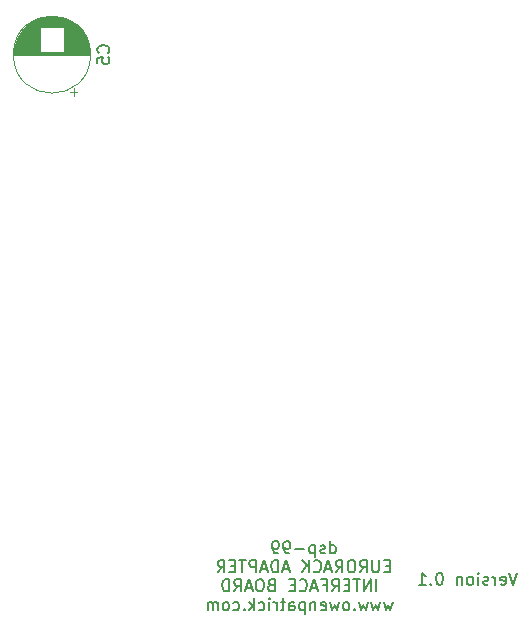
<source format=gbr>
%TF.GenerationSoftware,KiCad,Pcbnew,(6.0.8)*%
%TF.CreationDate,2022-12-02T10:00:09+00:00*%
%TF.ProjectId,DSP 1.0,44535020-312e-4302-9e6b-696361645f70,rev?*%
%TF.SameCoordinates,Original*%
%TF.FileFunction,Legend,Bot*%
%TF.FilePolarity,Positive*%
%FSLAX46Y46*%
G04 Gerber Fmt 4.6, Leading zero omitted, Abs format (unit mm)*
G04 Created by KiCad (PCBNEW (6.0.8)) date 2022-12-02 10:00:09*
%MOMM*%
%LPD*%
G01*
G04 APERTURE LIST*
%ADD10C,0.150000*%
%ADD11C,0.120000*%
G04 APERTURE END LIST*
D10*
X74350238Y-119703380D02*
X74350238Y-118703380D01*
X74350238Y-119655761D02*
X74445476Y-119703380D01*
X74635952Y-119703380D01*
X74731190Y-119655761D01*
X74778809Y-119608142D01*
X74826428Y-119512904D01*
X74826428Y-119227190D01*
X74778809Y-119131952D01*
X74731190Y-119084333D01*
X74635952Y-119036714D01*
X74445476Y-119036714D01*
X74350238Y-119084333D01*
X73921666Y-119655761D02*
X73826428Y-119703380D01*
X73635952Y-119703380D01*
X73540714Y-119655761D01*
X73493095Y-119560523D01*
X73493095Y-119512904D01*
X73540714Y-119417666D01*
X73635952Y-119370047D01*
X73778809Y-119370047D01*
X73874047Y-119322428D01*
X73921666Y-119227190D01*
X73921666Y-119179571D01*
X73874047Y-119084333D01*
X73778809Y-119036714D01*
X73635952Y-119036714D01*
X73540714Y-119084333D01*
X73064523Y-119036714D02*
X73064523Y-120036714D01*
X73064523Y-119084333D02*
X72969285Y-119036714D01*
X72778809Y-119036714D01*
X72683571Y-119084333D01*
X72635952Y-119131952D01*
X72588333Y-119227190D01*
X72588333Y-119512904D01*
X72635952Y-119608142D01*
X72683571Y-119655761D01*
X72778809Y-119703380D01*
X72969285Y-119703380D01*
X73064523Y-119655761D01*
X72159761Y-119322428D02*
X71397857Y-119322428D01*
X70874047Y-119703380D02*
X70683571Y-119703380D01*
X70588333Y-119655761D01*
X70540714Y-119608142D01*
X70445476Y-119465285D01*
X70397857Y-119274809D01*
X70397857Y-118893857D01*
X70445476Y-118798619D01*
X70493095Y-118751000D01*
X70588333Y-118703380D01*
X70778809Y-118703380D01*
X70874047Y-118751000D01*
X70921666Y-118798619D01*
X70969285Y-118893857D01*
X70969285Y-119131952D01*
X70921666Y-119227190D01*
X70874047Y-119274809D01*
X70778809Y-119322428D01*
X70588333Y-119322428D01*
X70493095Y-119274809D01*
X70445476Y-119227190D01*
X70397857Y-119131952D01*
X69921666Y-119703380D02*
X69731190Y-119703380D01*
X69635952Y-119655761D01*
X69588333Y-119608142D01*
X69493095Y-119465285D01*
X69445476Y-119274809D01*
X69445476Y-118893857D01*
X69493095Y-118798619D01*
X69540714Y-118751000D01*
X69635952Y-118703380D01*
X69826428Y-118703380D01*
X69921666Y-118751000D01*
X69969285Y-118798619D01*
X70016904Y-118893857D01*
X70016904Y-119131952D01*
X69969285Y-119227190D01*
X69921666Y-119274809D01*
X69826428Y-119322428D01*
X69635952Y-119322428D01*
X69540714Y-119274809D01*
X69493095Y-119227190D01*
X69445476Y-119131952D01*
X79397857Y-120789571D02*
X79064523Y-120789571D01*
X78921666Y-121313380D02*
X79397857Y-121313380D01*
X79397857Y-120313380D01*
X78921666Y-120313380D01*
X78493095Y-120313380D02*
X78493095Y-121122904D01*
X78445476Y-121218142D01*
X78397857Y-121265761D01*
X78302619Y-121313380D01*
X78112142Y-121313380D01*
X78016904Y-121265761D01*
X77969285Y-121218142D01*
X77921666Y-121122904D01*
X77921666Y-120313380D01*
X76874047Y-121313380D02*
X77207380Y-120837190D01*
X77445476Y-121313380D02*
X77445476Y-120313380D01*
X77064523Y-120313380D01*
X76969285Y-120361000D01*
X76921666Y-120408619D01*
X76874047Y-120503857D01*
X76874047Y-120646714D01*
X76921666Y-120741952D01*
X76969285Y-120789571D01*
X77064523Y-120837190D01*
X77445476Y-120837190D01*
X76255000Y-120313380D02*
X76064523Y-120313380D01*
X75969285Y-120361000D01*
X75874047Y-120456238D01*
X75826428Y-120646714D01*
X75826428Y-120980047D01*
X75874047Y-121170523D01*
X75969285Y-121265761D01*
X76064523Y-121313380D01*
X76255000Y-121313380D01*
X76350238Y-121265761D01*
X76445476Y-121170523D01*
X76493095Y-120980047D01*
X76493095Y-120646714D01*
X76445476Y-120456238D01*
X76350238Y-120361000D01*
X76255000Y-120313380D01*
X74826428Y-121313380D02*
X75159761Y-120837190D01*
X75397857Y-121313380D02*
X75397857Y-120313380D01*
X75016904Y-120313380D01*
X74921666Y-120361000D01*
X74874047Y-120408619D01*
X74826428Y-120503857D01*
X74826428Y-120646714D01*
X74874047Y-120741952D01*
X74921666Y-120789571D01*
X75016904Y-120837190D01*
X75397857Y-120837190D01*
X74445476Y-121027666D02*
X73969285Y-121027666D01*
X74540714Y-121313380D02*
X74207380Y-120313380D01*
X73874047Y-121313380D01*
X72969285Y-121218142D02*
X73016904Y-121265761D01*
X73159761Y-121313380D01*
X73255000Y-121313380D01*
X73397857Y-121265761D01*
X73493095Y-121170523D01*
X73540714Y-121075285D01*
X73588333Y-120884809D01*
X73588333Y-120741952D01*
X73540714Y-120551476D01*
X73493095Y-120456238D01*
X73397857Y-120361000D01*
X73255000Y-120313380D01*
X73159761Y-120313380D01*
X73016904Y-120361000D01*
X72969285Y-120408619D01*
X72540714Y-121313380D02*
X72540714Y-120313380D01*
X71969285Y-121313380D02*
X72397857Y-120741952D01*
X71969285Y-120313380D02*
X72540714Y-120884809D01*
X70826428Y-121027666D02*
X70350238Y-121027666D01*
X70921666Y-121313380D02*
X70588333Y-120313380D01*
X70255000Y-121313380D01*
X69921666Y-121313380D02*
X69921666Y-120313380D01*
X69683571Y-120313380D01*
X69540714Y-120361000D01*
X69445476Y-120456238D01*
X69397857Y-120551476D01*
X69350238Y-120741952D01*
X69350238Y-120884809D01*
X69397857Y-121075285D01*
X69445476Y-121170523D01*
X69540714Y-121265761D01*
X69683571Y-121313380D01*
X69921666Y-121313380D01*
X68969285Y-121027666D02*
X68493095Y-121027666D01*
X69064523Y-121313380D02*
X68731190Y-120313380D01*
X68397857Y-121313380D01*
X68064523Y-121313380D02*
X68064523Y-120313380D01*
X67683571Y-120313380D01*
X67588333Y-120361000D01*
X67540714Y-120408619D01*
X67493095Y-120503857D01*
X67493095Y-120646714D01*
X67540714Y-120741952D01*
X67588333Y-120789571D01*
X67683571Y-120837190D01*
X68064523Y-120837190D01*
X67207380Y-120313380D02*
X66635952Y-120313380D01*
X66921666Y-121313380D02*
X66921666Y-120313380D01*
X66302619Y-120789571D02*
X65969285Y-120789571D01*
X65826428Y-121313380D02*
X66302619Y-121313380D01*
X66302619Y-120313380D01*
X65826428Y-120313380D01*
X64826428Y-121313380D02*
X65159761Y-120837190D01*
X65397857Y-121313380D02*
X65397857Y-120313380D01*
X65016904Y-120313380D01*
X64921666Y-120361000D01*
X64874047Y-120408619D01*
X64826428Y-120503857D01*
X64826428Y-120646714D01*
X64874047Y-120741952D01*
X64921666Y-120789571D01*
X65016904Y-120837190D01*
X65397857Y-120837190D01*
X78255000Y-122923380D02*
X78255000Y-121923380D01*
X77778809Y-122923380D02*
X77778809Y-121923380D01*
X77207380Y-122923380D01*
X77207380Y-121923380D01*
X76874047Y-121923380D02*
X76302619Y-121923380D01*
X76588333Y-122923380D02*
X76588333Y-121923380D01*
X75969285Y-122399571D02*
X75635952Y-122399571D01*
X75493095Y-122923380D02*
X75969285Y-122923380D01*
X75969285Y-121923380D01*
X75493095Y-121923380D01*
X74493095Y-122923380D02*
X74826428Y-122447190D01*
X75064523Y-122923380D02*
X75064523Y-121923380D01*
X74683571Y-121923380D01*
X74588333Y-121971000D01*
X74540714Y-122018619D01*
X74493095Y-122113857D01*
X74493095Y-122256714D01*
X74540714Y-122351952D01*
X74588333Y-122399571D01*
X74683571Y-122447190D01*
X75064523Y-122447190D01*
X73731190Y-122399571D02*
X74064523Y-122399571D01*
X74064523Y-122923380D02*
X74064523Y-121923380D01*
X73588333Y-121923380D01*
X73255000Y-122637666D02*
X72778809Y-122637666D01*
X73350238Y-122923380D02*
X73016904Y-121923380D01*
X72683571Y-122923380D01*
X71778809Y-122828142D02*
X71826428Y-122875761D01*
X71969285Y-122923380D01*
X72064523Y-122923380D01*
X72207380Y-122875761D01*
X72302619Y-122780523D01*
X72350238Y-122685285D01*
X72397857Y-122494809D01*
X72397857Y-122351952D01*
X72350238Y-122161476D01*
X72302619Y-122066238D01*
X72207380Y-121971000D01*
X72064523Y-121923380D01*
X71969285Y-121923380D01*
X71826428Y-121971000D01*
X71778809Y-122018619D01*
X71350238Y-122399571D02*
X71016904Y-122399571D01*
X70874047Y-122923380D02*
X71350238Y-122923380D01*
X71350238Y-121923380D01*
X70874047Y-121923380D01*
X69350238Y-122399571D02*
X69207380Y-122447190D01*
X69159761Y-122494809D01*
X69112142Y-122590047D01*
X69112142Y-122732904D01*
X69159761Y-122828142D01*
X69207380Y-122875761D01*
X69302619Y-122923380D01*
X69683571Y-122923380D01*
X69683571Y-121923380D01*
X69350238Y-121923380D01*
X69255000Y-121971000D01*
X69207380Y-122018619D01*
X69159761Y-122113857D01*
X69159761Y-122209095D01*
X69207380Y-122304333D01*
X69255000Y-122351952D01*
X69350238Y-122399571D01*
X69683571Y-122399571D01*
X68493095Y-121923380D02*
X68302619Y-121923380D01*
X68207380Y-121971000D01*
X68112142Y-122066238D01*
X68064523Y-122256714D01*
X68064523Y-122590047D01*
X68112142Y-122780523D01*
X68207380Y-122875761D01*
X68302619Y-122923380D01*
X68493095Y-122923380D01*
X68588333Y-122875761D01*
X68683571Y-122780523D01*
X68731190Y-122590047D01*
X68731190Y-122256714D01*
X68683571Y-122066238D01*
X68588333Y-121971000D01*
X68493095Y-121923380D01*
X67683571Y-122637666D02*
X67207380Y-122637666D01*
X67778809Y-122923380D02*
X67445476Y-121923380D01*
X67112142Y-122923380D01*
X66207380Y-122923380D02*
X66540714Y-122447190D01*
X66778809Y-122923380D02*
X66778809Y-121923380D01*
X66397857Y-121923380D01*
X66302619Y-121971000D01*
X66255000Y-122018619D01*
X66207380Y-122113857D01*
X66207380Y-122256714D01*
X66255000Y-122351952D01*
X66302619Y-122399571D01*
X66397857Y-122447190D01*
X66778809Y-122447190D01*
X65778809Y-122923380D02*
X65778809Y-121923380D01*
X65540714Y-121923380D01*
X65397857Y-121971000D01*
X65302619Y-122066238D01*
X65255000Y-122161476D01*
X65207380Y-122351952D01*
X65207380Y-122494809D01*
X65255000Y-122685285D01*
X65302619Y-122780523D01*
X65397857Y-122875761D01*
X65540714Y-122923380D01*
X65778809Y-122923380D01*
X79635952Y-123866714D02*
X79445476Y-124533380D01*
X79255000Y-124057190D01*
X79064523Y-124533380D01*
X78874047Y-123866714D01*
X78588333Y-123866714D02*
X78397857Y-124533380D01*
X78207380Y-124057190D01*
X78016904Y-124533380D01*
X77826428Y-123866714D01*
X77540714Y-123866714D02*
X77350238Y-124533380D01*
X77159761Y-124057190D01*
X76969285Y-124533380D01*
X76778809Y-123866714D01*
X76397857Y-124438142D02*
X76350238Y-124485761D01*
X76397857Y-124533380D01*
X76445476Y-124485761D01*
X76397857Y-124438142D01*
X76397857Y-124533380D01*
X75778809Y-124533380D02*
X75874047Y-124485761D01*
X75921666Y-124438142D01*
X75969285Y-124342904D01*
X75969285Y-124057190D01*
X75921666Y-123961952D01*
X75874047Y-123914333D01*
X75778809Y-123866714D01*
X75635952Y-123866714D01*
X75540714Y-123914333D01*
X75493095Y-123961952D01*
X75445476Y-124057190D01*
X75445476Y-124342904D01*
X75493095Y-124438142D01*
X75540714Y-124485761D01*
X75635952Y-124533380D01*
X75778809Y-124533380D01*
X75112142Y-123866714D02*
X74921666Y-124533380D01*
X74731190Y-124057190D01*
X74540714Y-124533380D01*
X74350238Y-123866714D01*
X73588333Y-124485761D02*
X73683571Y-124533380D01*
X73874047Y-124533380D01*
X73969285Y-124485761D01*
X74016904Y-124390523D01*
X74016904Y-124009571D01*
X73969285Y-123914333D01*
X73874047Y-123866714D01*
X73683571Y-123866714D01*
X73588333Y-123914333D01*
X73540714Y-124009571D01*
X73540714Y-124104809D01*
X74016904Y-124200047D01*
X73112142Y-123866714D02*
X73112142Y-124533380D01*
X73112142Y-123961952D02*
X73064523Y-123914333D01*
X72969285Y-123866714D01*
X72826428Y-123866714D01*
X72731190Y-123914333D01*
X72683571Y-124009571D01*
X72683571Y-124533380D01*
X72207380Y-123866714D02*
X72207380Y-124866714D01*
X72207380Y-123914333D02*
X72112142Y-123866714D01*
X71921666Y-123866714D01*
X71826428Y-123914333D01*
X71778809Y-123961952D01*
X71731190Y-124057190D01*
X71731190Y-124342904D01*
X71778809Y-124438142D01*
X71826428Y-124485761D01*
X71921666Y-124533380D01*
X72112142Y-124533380D01*
X72207380Y-124485761D01*
X70874047Y-124533380D02*
X70874047Y-124009571D01*
X70921666Y-123914333D01*
X71016904Y-123866714D01*
X71207380Y-123866714D01*
X71302619Y-123914333D01*
X70874047Y-124485761D02*
X70969285Y-124533380D01*
X71207380Y-124533380D01*
X71302619Y-124485761D01*
X71350238Y-124390523D01*
X71350238Y-124295285D01*
X71302619Y-124200047D01*
X71207380Y-124152428D01*
X70969285Y-124152428D01*
X70874047Y-124104809D01*
X70540714Y-123866714D02*
X70159761Y-123866714D01*
X70397857Y-123533380D02*
X70397857Y-124390523D01*
X70350238Y-124485761D01*
X70255000Y-124533380D01*
X70159761Y-124533380D01*
X69826428Y-124533380D02*
X69826428Y-123866714D01*
X69826428Y-124057190D02*
X69778809Y-123961952D01*
X69731190Y-123914333D01*
X69635952Y-123866714D01*
X69540714Y-123866714D01*
X69207380Y-124533380D02*
X69207380Y-123866714D01*
X69207380Y-123533380D02*
X69255000Y-123581000D01*
X69207380Y-123628619D01*
X69159761Y-123581000D01*
X69207380Y-123533380D01*
X69207380Y-123628619D01*
X68302619Y-124485761D02*
X68397857Y-124533380D01*
X68588333Y-124533380D01*
X68683571Y-124485761D01*
X68731190Y-124438142D01*
X68778809Y-124342904D01*
X68778809Y-124057190D01*
X68731190Y-123961952D01*
X68683571Y-123914333D01*
X68588333Y-123866714D01*
X68397857Y-123866714D01*
X68302619Y-123914333D01*
X67874047Y-124533380D02*
X67874047Y-123533380D01*
X67778809Y-124152428D02*
X67493095Y-124533380D01*
X67493095Y-123866714D02*
X67874047Y-124247666D01*
X67064523Y-124438142D02*
X67016904Y-124485761D01*
X67064523Y-124533380D01*
X67112142Y-124485761D01*
X67064523Y-124438142D01*
X67064523Y-124533380D01*
X66159761Y-124485761D02*
X66255000Y-124533380D01*
X66445476Y-124533380D01*
X66540714Y-124485761D01*
X66588333Y-124438142D01*
X66635952Y-124342904D01*
X66635952Y-124057190D01*
X66588333Y-123961952D01*
X66540714Y-123914333D01*
X66445476Y-123866714D01*
X66255000Y-123866714D01*
X66159761Y-123914333D01*
X65588333Y-124533380D02*
X65683571Y-124485761D01*
X65731190Y-124438142D01*
X65778809Y-124342904D01*
X65778809Y-124057190D01*
X65731190Y-123961952D01*
X65683571Y-123914333D01*
X65588333Y-123866714D01*
X65445476Y-123866714D01*
X65350238Y-123914333D01*
X65302619Y-123961952D01*
X65255000Y-124057190D01*
X65255000Y-124342904D01*
X65302619Y-124438142D01*
X65350238Y-124485761D01*
X65445476Y-124533380D01*
X65588333Y-124533380D01*
X64826428Y-124533380D02*
X64826428Y-123866714D01*
X64826428Y-123961952D02*
X64778809Y-123914333D01*
X64683571Y-123866714D01*
X64540714Y-123866714D01*
X64445476Y-123914333D01*
X64397857Y-124009571D01*
X64397857Y-124533380D01*
X64397857Y-124009571D02*
X64350238Y-123914333D01*
X64255000Y-123866714D01*
X64112142Y-123866714D01*
X64016904Y-123914333D01*
X63969285Y-124009571D01*
X63969285Y-124533380D01*
X90169476Y-121372380D02*
X89836142Y-122372380D01*
X89502809Y-121372380D01*
X88788523Y-122324761D02*
X88883761Y-122372380D01*
X89074238Y-122372380D01*
X89169476Y-122324761D01*
X89217095Y-122229523D01*
X89217095Y-121848571D01*
X89169476Y-121753333D01*
X89074238Y-121705714D01*
X88883761Y-121705714D01*
X88788523Y-121753333D01*
X88740904Y-121848571D01*
X88740904Y-121943809D01*
X89217095Y-122039047D01*
X88312333Y-122372380D02*
X88312333Y-121705714D01*
X88312333Y-121896190D02*
X88264714Y-121800952D01*
X88217095Y-121753333D01*
X88121857Y-121705714D01*
X88026619Y-121705714D01*
X87740904Y-122324761D02*
X87645666Y-122372380D01*
X87455190Y-122372380D01*
X87359952Y-122324761D01*
X87312333Y-122229523D01*
X87312333Y-122181904D01*
X87359952Y-122086666D01*
X87455190Y-122039047D01*
X87598047Y-122039047D01*
X87693285Y-121991428D01*
X87740904Y-121896190D01*
X87740904Y-121848571D01*
X87693285Y-121753333D01*
X87598047Y-121705714D01*
X87455190Y-121705714D01*
X87359952Y-121753333D01*
X86883761Y-122372380D02*
X86883761Y-121705714D01*
X86883761Y-121372380D02*
X86931380Y-121420000D01*
X86883761Y-121467619D01*
X86836142Y-121420000D01*
X86883761Y-121372380D01*
X86883761Y-121467619D01*
X86264714Y-122372380D02*
X86359952Y-122324761D01*
X86407571Y-122277142D01*
X86455190Y-122181904D01*
X86455190Y-121896190D01*
X86407571Y-121800952D01*
X86359952Y-121753333D01*
X86264714Y-121705714D01*
X86121857Y-121705714D01*
X86026619Y-121753333D01*
X85979000Y-121800952D01*
X85931380Y-121896190D01*
X85931380Y-122181904D01*
X85979000Y-122277142D01*
X86026619Y-122324761D01*
X86121857Y-122372380D01*
X86264714Y-122372380D01*
X85502809Y-121705714D02*
X85502809Y-122372380D01*
X85502809Y-121800952D02*
X85455190Y-121753333D01*
X85359952Y-121705714D01*
X85217095Y-121705714D01*
X85121857Y-121753333D01*
X85074238Y-121848571D01*
X85074238Y-122372380D01*
X83645666Y-121372380D02*
X83550428Y-121372380D01*
X83455190Y-121420000D01*
X83407571Y-121467619D01*
X83359952Y-121562857D01*
X83312333Y-121753333D01*
X83312333Y-121991428D01*
X83359952Y-122181904D01*
X83407571Y-122277142D01*
X83455190Y-122324761D01*
X83550428Y-122372380D01*
X83645666Y-122372380D01*
X83740904Y-122324761D01*
X83788523Y-122277142D01*
X83836142Y-122181904D01*
X83883761Y-121991428D01*
X83883761Y-121753333D01*
X83836142Y-121562857D01*
X83788523Y-121467619D01*
X83740904Y-121420000D01*
X83645666Y-121372380D01*
X82883761Y-122277142D02*
X82836142Y-122324761D01*
X82883761Y-122372380D01*
X82931380Y-122324761D01*
X82883761Y-122277142D01*
X82883761Y-122372380D01*
X81883761Y-122372380D02*
X82455190Y-122372380D01*
X82169476Y-122372380D02*
X82169476Y-121372380D01*
X82264714Y-121515238D01*
X82359952Y-121610476D01*
X82455190Y-121658095D01*
%TO.C,C5*%
X55557142Y-77323333D02*
X55604761Y-77275714D01*
X55652380Y-77132857D01*
X55652380Y-77037619D01*
X55604761Y-76894761D01*
X55509523Y-76799523D01*
X55414285Y-76751904D01*
X55223809Y-76704285D01*
X55080952Y-76704285D01*
X54890476Y-76751904D01*
X54795238Y-76799523D01*
X54700000Y-76894761D01*
X54652380Y-77037619D01*
X54652380Y-77132857D01*
X54700000Y-77275714D01*
X54747619Y-77323333D01*
X54652380Y-78228095D02*
X54652380Y-77751904D01*
X55128571Y-77704285D01*
X55080952Y-77751904D01*
X55033333Y-77847142D01*
X55033333Y-78085238D01*
X55080952Y-78180476D01*
X55128571Y-78228095D01*
X55223809Y-78275714D01*
X55461904Y-78275714D01*
X55557142Y-78228095D01*
X55604761Y-78180476D01*
X55652380Y-78085238D01*
X55652380Y-77847142D01*
X55604761Y-77751904D01*
X55557142Y-77704285D01*
D11*
X53931000Y-76689000D02*
X51840000Y-76689000D01*
X53716000Y-76089000D02*
X51840000Y-76089000D01*
X52514000Y-74729000D02*
X49086000Y-74729000D01*
X53656000Y-75969000D02*
X51840000Y-75969000D01*
X54015000Y-77170000D02*
X51840000Y-77170000D01*
X49760000Y-76209000D02*
X47830000Y-76209000D01*
X52150000Y-74529000D02*
X49450000Y-74529000D01*
X49760000Y-75689000D02*
X48110000Y-75689000D01*
X49760000Y-75969000D02*
X47944000Y-75969000D01*
X53490000Y-75689000D02*
X51840000Y-75689000D01*
X49760000Y-76049000D02*
X47904000Y-76049000D01*
X49760000Y-76009000D02*
X47924000Y-76009000D01*
X49760000Y-75209000D02*
X48495000Y-75209000D01*
X53216000Y-75329000D02*
X51840000Y-75329000D01*
X49760000Y-77050000D02*
X47599000Y-77050000D01*
X52062000Y-74489000D02*
X49538000Y-74489000D01*
X52639000Y-80990241D02*
X52639000Y-80360241D01*
X49760000Y-77090000D02*
X47594000Y-77090000D01*
X53105000Y-75209000D02*
X51840000Y-75209000D01*
X53516000Y-75729000D02*
X51840000Y-75729000D01*
X49760000Y-76810000D02*
X47641000Y-76810000D01*
X49760000Y-75569000D02*
X48193000Y-75569000D01*
X49760000Y-76970000D02*
X47611000Y-76970000D01*
X51965000Y-74449000D02*
X49635000Y-74449000D01*
X53612000Y-75889000D02*
X51840000Y-75889000D01*
X54018000Y-77210000D02*
X51840000Y-77210000D01*
X51202000Y-74249000D02*
X50398000Y-74249000D01*
X53886000Y-76529000D02*
X51840000Y-76529000D01*
X49760000Y-75409000D02*
X48316000Y-75409000D01*
X53786000Y-76249000D02*
X51840000Y-76249000D01*
X53284000Y-75409000D02*
X51840000Y-75409000D01*
X53180000Y-75289000D02*
X51840000Y-75289000D01*
X53734000Y-76129000D02*
X51840000Y-76129000D01*
X53818000Y-76329000D02*
X51840000Y-76329000D01*
X51602000Y-74329000D02*
X49998000Y-74329000D01*
X49760000Y-76489000D02*
X47726000Y-76489000D01*
X52954000Y-80675241D02*
X52324000Y-80675241D01*
X53847000Y-76409000D02*
X51840000Y-76409000D01*
X53874000Y-76489000D02*
X51840000Y-76489000D01*
X53316000Y-75449000D02*
X51840000Y-75449000D01*
X49760000Y-76649000D02*
X47679000Y-76649000D01*
X52795000Y-74929000D02*
X48805000Y-74929000D01*
X53910000Y-76609000D02*
X51840000Y-76609000D01*
X49760000Y-76850000D02*
X47633000Y-76850000D01*
X52744000Y-74889000D02*
X48856000Y-74889000D01*
X49760000Y-76569000D02*
X47702000Y-76569000D01*
X49760000Y-76729000D02*
X47659000Y-76729000D01*
X53590000Y-75849000D02*
X51840000Y-75849000D01*
X53348000Y-75489000D02*
X51840000Y-75489000D01*
X53464000Y-75649000D02*
X51840000Y-75649000D01*
X52634000Y-74809000D02*
X48966000Y-74809000D01*
X52690000Y-74849000D02*
X48910000Y-74849000D01*
X49760000Y-75849000D02*
X48010000Y-75849000D01*
X53542000Y-75769000D02*
X51840000Y-75769000D01*
X49760000Y-77010000D02*
X47605000Y-77010000D01*
X54030000Y-77450000D02*
X47570000Y-77450000D01*
X49760000Y-75809000D02*
X48034000Y-75809000D01*
X53861000Y-76449000D02*
X51840000Y-76449000D01*
X49760000Y-76449000D02*
X47739000Y-76449000D01*
X52892000Y-75009000D02*
X48708000Y-75009000D01*
X49760000Y-75729000D02*
X48084000Y-75729000D01*
X54030000Y-77490000D02*
X47570000Y-77490000D01*
X49760000Y-76329000D02*
X47782000Y-76329000D01*
X49760000Y-75929000D02*
X47966000Y-75929000D01*
X52937000Y-75049000D02*
X48663000Y-75049000D01*
X52576000Y-74769000D02*
X49024000Y-74769000D01*
X54024000Y-77290000D02*
X47576000Y-77290000D01*
X53250000Y-75369000D02*
X51840000Y-75369000D01*
X49760000Y-75609000D02*
X48164000Y-75609000D01*
X49760000Y-75289000D02*
X48420000Y-75289000D01*
X52309000Y-74609000D02*
X49291000Y-74609000D01*
X49760000Y-76769000D02*
X47650000Y-76769000D01*
X49760000Y-75249000D02*
X48457000Y-75249000D01*
X53378000Y-75529000D02*
X51840000Y-75529000D01*
X49760000Y-76129000D02*
X47866000Y-76129000D01*
X49760000Y-75649000D02*
X48136000Y-75649000D01*
X53921000Y-76649000D02*
X51840000Y-76649000D01*
X49760000Y-77210000D02*
X47582000Y-77210000D01*
X53024000Y-75129000D02*
X48576000Y-75129000D01*
X51859000Y-74409000D02*
X49741000Y-74409000D01*
X53696000Y-76049000D02*
X51840000Y-76049000D01*
X49760000Y-76369000D02*
X47767000Y-76369000D01*
X53634000Y-75929000D02*
X51840000Y-75929000D01*
X54027000Y-77330000D02*
X47573000Y-77330000D01*
X52232000Y-74569000D02*
X49368000Y-74569000D01*
X49760000Y-76529000D02*
X47714000Y-76529000D01*
X49760000Y-76409000D02*
X47753000Y-76409000D01*
X53959000Y-76810000D02*
X51840000Y-76810000D01*
X49760000Y-76249000D02*
X47814000Y-76249000D01*
X49760000Y-77170000D02*
X47585000Y-77170000D01*
X51740000Y-74369000D02*
X49860000Y-74369000D01*
X53941000Y-76729000D02*
X51840000Y-76729000D01*
X49760000Y-76289000D02*
X47798000Y-76289000D01*
X49760000Y-76930000D02*
X47618000Y-76930000D01*
X53833000Y-76369000D02*
X51840000Y-76369000D01*
X49760000Y-75369000D02*
X48350000Y-75369000D01*
X53566000Y-75809000D02*
X51840000Y-75809000D01*
X49760000Y-76169000D02*
X47848000Y-76169000D01*
X54028000Y-77370000D02*
X47572000Y-77370000D01*
X49760000Y-76089000D02*
X47884000Y-76089000D01*
X49760000Y-75329000D02*
X48384000Y-75329000D01*
X53967000Y-76850000D02*
X51840000Y-76850000D01*
X49760000Y-76609000D02*
X47690000Y-76609000D01*
X53770000Y-76209000D02*
X51840000Y-76209000D01*
X49760000Y-75489000D02*
X48252000Y-75489000D01*
X49760000Y-75889000D02*
X47988000Y-75889000D01*
X53676000Y-76009000D02*
X51840000Y-76009000D01*
X53989000Y-76970000D02*
X51840000Y-76970000D01*
X49760000Y-76890000D02*
X47625000Y-76890000D01*
X52844000Y-74969000D02*
X48756000Y-74969000D01*
X54030000Y-77410000D02*
X47570000Y-77410000D01*
X52982000Y-75089000D02*
X48618000Y-75089000D01*
X53975000Y-76890000D02*
X51840000Y-76890000D01*
X53898000Y-76569000D02*
X51840000Y-76569000D01*
X49760000Y-77250000D02*
X47578000Y-77250000D01*
X54001000Y-77050000D02*
X51840000Y-77050000D01*
X54022000Y-77250000D02*
X51840000Y-77250000D01*
X49760000Y-77130000D02*
X47589000Y-77130000D01*
X49760000Y-75529000D02*
X48222000Y-75529000D01*
X53436000Y-75609000D02*
X51840000Y-75609000D01*
X52381000Y-74649000D02*
X49219000Y-74649000D01*
X54006000Y-77090000D02*
X51840000Y-77090000D01*
X53752000Y-76169000D02*
X51840000Y-76169000D01*
X53950000Y-76769000D02*
X51840000Y-76769000D01*
X53065000Y-75169000D02*
X48535000Y-75169000D01*
X53407000Y-75569000D02*
X51840000Y-75569000D01*
X52450000Y-74689000D02*
X49150000Y-74689000D01*
X54011000Y-77130000D02*
X51840000Y-77130000D01*
X49760000Y-75769000D02*
X48058000Y-75769000D01*
X53982000Y-76930000D02*
X51840000Y-76930000D01*
X51433000Y-74289000D02*
X50167000Y-74289000D01*
X53143000Y-75249000D02*
X51840000Y-75249000D01*
X49760000Y-75449000D02*
X48284000Y-75449000D01*
X53995000Y-77010000D02*
X51840000Y-77010000D01*
X49760000Y-76689000D02*
X47669000Y-76689000D01*
X53802000Y-76289000D02*
X51840000Y-76289000D01*
X54070000Y-77490000D02*
G75*
G03*
X54070000Y-77490000I-3270000J0D01*
G01*
%TD*%
M02*

</source>
